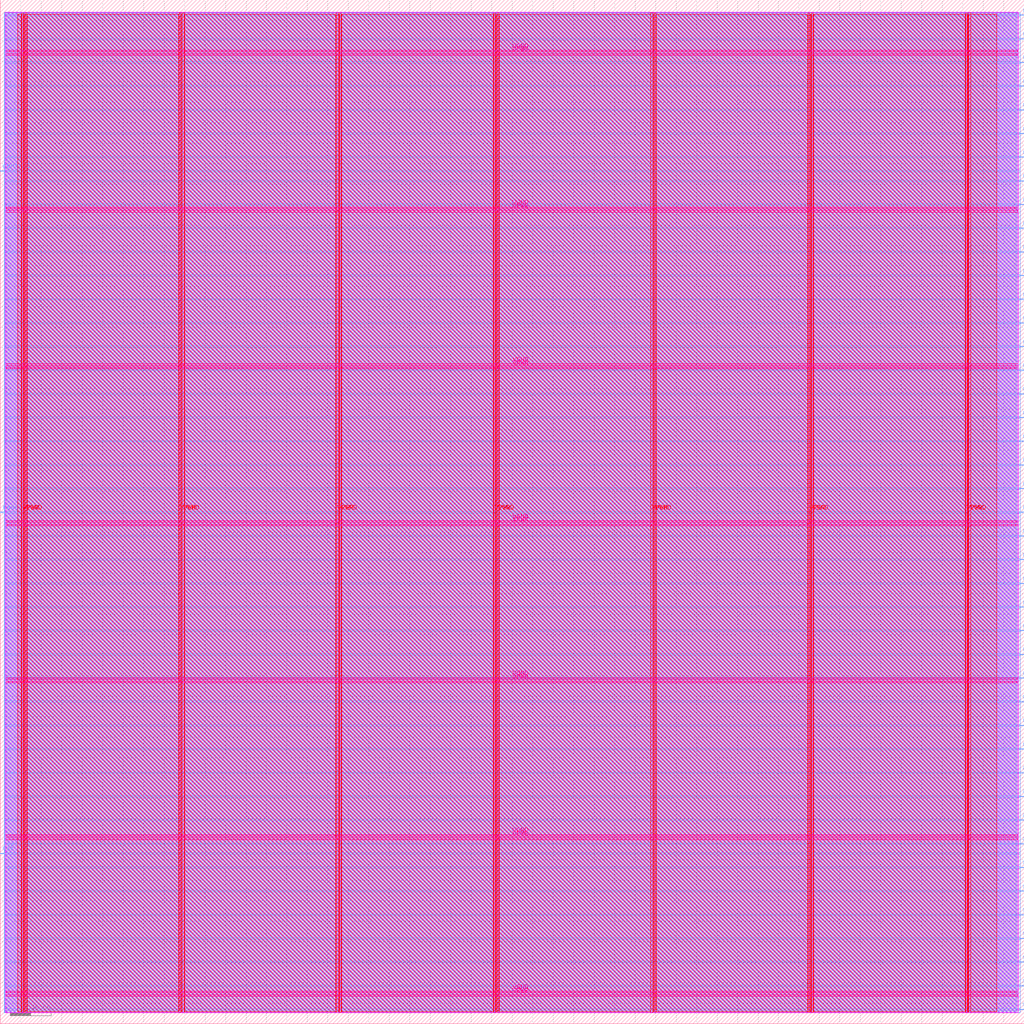
<source format=lef>
VERSION 5.7 ;
  NOWIREEXTENSIONATPIN ON ;
  DIVIDERCHAR "/" ;
  BUSBITCHARS "[]" ;
MACRO top_module_project5
  CLASS BLOCK ;
  FOREIGN top_module_project5 ;
  ORIGIN 0.000 0.000 ;
  SIZE 1000.000 BY 1000.000 ;
  PIN VGND
    DIRECTION INOUT ;
    USE GROUND ;
    PORT
      LAYER met4 ;
        RECT 24.340 10.640 25.940 987.600 ;
    END
    PORT
      LAYER met4 ;
        RECT 177.940 10.640 179.540 987.600 ;
    END
    PORT
      LAYER met4 ;
        RECT 331.540 10.640 333.140 987.600 ;
    END
    PORT
      LAYER met4 ;
        RECT 485.140 10.640 486.740 987.600 ;
    END
    PORT
      LAYER met4 ;
        RECT 638.740 10.640 640.340 987.600 ;
    END
    PORT
      LAYER met4 ;
        RECT 792.340 10.640 793.940 987.600 ;
    END
    PORT
      LAYER met4 ;
        RECT 945.940 10.640 947.540 987.600 ;
    END
    PORT
      LAYER met5 ;
        RECT 5.280 30.030 994.300 31.630 ;
    END
    PORT
      LAYER met5 ;
        RECT 5.280 183.210 994.300 184.810 ;
    END
    PORT
      LAYER met5 ;
        RECT 5.280 336.390 994.300 337.990 ;
    END
    PORT
      LAYER met5 ;
        RECT 5.280 489.570 994.300 491.170 ;
    END
    PORT
      LAYER met5 ;
        RECT 5.280 642.750 994.300 644.350 ;
    END
    PORT
      LAYER met5 ;
        RECT 5.280 795.930 994.300 797.530 ;
    END
    PORT
      LAYER met5 ;
        RECT 5.280 949.110 994.300 950.710 ;
    END
  END VGND
  PIN VPWR
    DIRECTION INOUT ;
    USE POWER ;
    PORT
      LAYER met4 ;
        RECT 21.040 10.640 22.640 987.600 ;
    END
    PORT
      LAYER met4 ;
        RECT 174.640 10.640 176.240 987.600 ;
    END
    PORT
      LAYER met4 ;
        RECT 328.240 10.640 329.840 987.600 ;
    END
    PORT
      LAYER met4 ;
        RECT 481.840 10.640 483.440 987.600 ;
    END
    PORT
      LAYER met4 ;
        RECT 635.440 10.640 637.040 987.600 ;
    END
    PORT
      LAYER met4 ;
        RECT 789.040 10.640 790.640 987.600 ;
    END
    PORT
      LAYER met4 ;
        RECT 942.640 10.640 944.240 987.600 ;
    END
    PORT
      LAYER met5 ;
        RECT 5.280 26.730 994.300 28.330 ;
    END
    PORT
      LAYER met5 ;
        RECT 5.280 179.910 994.300 181.510 ;
    END
    PORT
      LAYER met5 ;
        RECT 5.280 333.090 994.300 334.690 ;
    END
    PORT
      LAYER met5 ;
        RECT 5.280 486.270 994.300 487.870 ;
    END
    PORT
      LAYER met5 ;
        RECT 5.280 639.450 994.300 641.050 ;
    END
    PORT
      LAYER met5 ;
        RECT 5.280 792.630 994.300 794.230 ;
    END
    PORT
      LAYER met5 ;
        RECT 5.280 945.810 994.300 947.410 ;
    END
  END VPWR
  PIN an[0]
    DIRECTION OUTPUT ;
    USE SIGNAL ;
    ANTENNADIFFAREA 0.445500 ;
    PORT
      LAYER met3 ;
        RECT 996.000 244.840 1000.000 245.440 ;
    END
  END an[0]
  PIN an[1]
    DIRECTION OUTPUT ;
    USE SIGNAL ;
    ANTENNADIFFAREA 0.445500 ;
    PORT
      LAYER met3 ;
        RECT 996.000 221.720 1000.000 222.320 ;
    END
  END an[1]
  PIN an[2]
    DIRECTION OUTPUT ;
    USE SIGNAL ;
    ANTENNADIFFAREA 0.445500 ;
    PORT
      LAYER met3 ;
        RECT 996.000 198.600 1000.000 199.200 ;
    END
  END an[2]
  PIN an[3]
    DIRECTION OUTPUT ;
    USE SIGNAL ;
    ANTENNADIFFAREA 0.445500 ;
    PORT
      LAYER met3 ;
        RECT 996.000 175.480 1000.000 176.080 ;
    END
  END an[3]
  PIN clk
    DIRECTION INPUT ;
    USE SIGNAL ;
    ANTENNAGATEAREA 0.852000 ;
    PORT
      LAYER met3 ;
        RECT 0.000 165.960 4.000 166.560 ;
    END
  END clk
  PIN control
    DIRECTION INPUT ;
    USE SIGNAL ;
    ANTENNAGATEAREA 0.990000 ;
    PORT
      LAYER met3 ;
        RECT 0.000 832.360 4.000 832.960 ;
    END
  END control
  PIN reset
    DIRECTION INPUT ;
    USE SIGNAL ;
    ANTENNAGATEAREA 0.742500 ;
    PORT
      LAYER met3 ;
        RECT 0.000 499.160 4.000 499.760 ;
    END
  END reset
  PIN result[0]
    DIRECTION OUTPUT ;
    USE SIGNAL ;
    ANTENNADIFFAREA 0.445500 ;
    PORT
      LAYER met3 ;
        RECT 996.000 984.680 1000.000 985.280 ;
    END
  END result[0]
  PIN result[10]
    DIRECTION OUTPUT ;
    USE SIGNAL ;
    ANTENNADIFFAREA 0.445500 ;
    PORT
      LAYER met3 ;
        RECT 996.000 753.480 1000.000 754.080 ;
    END
  END result[10]
  PIN result[11]
    DIRECTION OUTPUT ;
    USE SIGNAL ;
    ANTENNADIFFAREA 0.445500 ;
    PORT
      LAYER met3 ;
        RECT 996.000 730.360 1000.000 730.960 ;
    END
  END result[11]
  PIN result[12]
    DIRECTION OUTPUT ;
    USE SIGNAL ;
    ANTENNADIFFAREA 0.445500 ;
    PORT
      LAYER met3 ;
        RECT 996.000 707.240 1000.000 707.840 ;
    END
  END result[12]
  PIN result[13]
    DIRECTION OUTPUT ;
    USE SIGNAL ;
    ANTENNADIFFAREA 0.445500 ;
    PORT
      LAYER met3 ;
        RECT 996.000 684.120 1000.000 684.720 ;
    END
  END result[13]
  PIN result[14]
    DIRECTION OUTPUT ;
    USE SIGNAL ;
    ANTENNADIFFAREA 0.445500 ;
    PORT
      LAYER met3 ;
        RECT 996.000 661.000 1000.000 661.600 ;
    END
  END result[14]
  PIN result[15]
    DIRECTION OUTPUT ;
    USE SIGNAL ;
    ANTENNADIFFAREA 0.445500 ;
    PORT
      LAYER met3 ;
        RECT 996.000 637.880 1000.000 638.480 ;
    END
  END result[15]
  PIN result[16]
    DIRECTION OUTPUT ;
    USE SIGNAL ;
    ANTENNADIFFAREA 0.445500 ;
    PORT
      LAYER met3 ;
        RECT 996.000 614.760 1000.000 615.360 ;
    END
  END result[16]
  PIN result[17]
    DIRECTION OUTPUT ;
    USE SIGNAL ;
    ANTENNADIFFAREA 0.445500 ;
    PORT
      LAYER met3 ;
        RECT 996.000 591.640 1000.000 592.240 ;
    END
  END result[17]
  PIN result[18]
    DIRECTION OUTPUT ;
    USE SIGNAL ;
    ANTENNADIFFAREA 0.445500 ;
    PORT
      LAYER met3 ;
        RECT 996.000 568.520 1000.000 569.120 ;
    END
  END result[18]
  PIN result[19]
    DIRECTION OUTPUT ;
    USE SIGNAL ;
    ANTENNADIFFAREA 0.445500 ;
    PORT
      LAYER met3 ;
        RECT 996.000 545.400 1000.000 546.000 ;
    END
  END result[19]
  PIN result[1]
    DIRECTION OUTPUT ;
    USE SIGNAL ;
    ANTENNADIFFAREA 0.445500 ;
    PORT
      LAYER met3 ;
        RECT 996.000 961.560 1000.000 962.160 ;
    END
  END result[1]
  PIN result[20]
    DIRECTION OUTPUT ;
    USE SIGNAL ;
    ANTENNADIFFAREA 0.445500 ;
    PORT
      LAYER met3 ;
        RECT 996.000 522.280 1000.000 522.880 ;
    END
  END result[20]
  PIN result[21]
    DIRECTION OUTPUT ;
    USE SIGNAL ;
    ANTENNADIFFAREA 0.445500 ;
    PORT
      LAYER met3 ;
        RECT 996.000 499.160 1000.000 499.760 ;
    END
  END result[21]
  PIN result[22]
    DIRECTION OUTPUT ;
    USE SIGNAL ;
    ANTENNADIFFAREA 0.445500 ;
    PORT
      LAYER met3 ;
        RECT 996.000 476.040 1000.000 476.640 ;
    END
  END result[22]
  PIN result[23]
    DIRECTION OUTPUT ;
    USE SIGNAL ;
    ANTENNADIFFAREA 0.445500 ;
    PORT
      LAYER met3 ;
        RECT 996.000 452.920 1000.000 453.520 ;
    END
  END result[23]
  PIN result[24]
    DIRECTION OUTPUT ;
    USE SIGNAL ;
    ANTENNADIFFAREA 0.445500 ;
    PORT
      LAYER met3 ;
        RECT 996.000 429.800 1000.000 430.400 ;
    END
  END result[24]
  PIN result[25]
    DIRECTION OUTPUT ;
    USE SIGNAL ;
    ANTENNADIFFAREA 0.445500 ;
    PORT
      LAYER met3 ;
        RECT 996.000 406.680 1000.000 407.280 ;
    END
  END result[25]
  PIN result[26]
    DIRECTION OUTPUT ;
    USE SIGNAL ;
    ANTENNADIFFAREA 0.445500 ;
    PORT
      LAYER met3 ;
        RECT 996.000 383.560 1000.000 384.160 ;
    END
  END result[26]
  PIN result[27]
    DIRECTION OUTPUT ;
    USE SIGNAL ;
    ANTENNADIFFAREA 0.445500 ;
    PORT
      LAYER met3 ;
        RECT 996.000 360.440 1000.000 361.040 ;
    END
  END result[27]
  PIN result[28]
    DIRECTION OUTPUT ;
    USE SIGNAL ;
    ANTENNADIFFAREA 0.445500 ;
    PORT
      LAYER met3 ;
        RECT 996.000 337.320 1000.000 337.920 ;
    END
  END result[28]
  PIN result[29]
    DIRECTION OUTPUT ;
    USE SIGNAL ;
    ANTENNADIFFAREA 0.445500 ;
    PORT
      LAYER met3 ;
        RECT 996.000 314.200 1000.000 314.800 ;
    END
  END result[29]
  PIN result[2]
    DIRECTION OUTPUT ;
    USE SIGNAL ;
    ANTENNADIFFAREA 0.445500 ;
    PORT
      LAYER met3 ;
        RECT 996.000 938.440 1000.000 939.040 ;
    END
  END result[2]
  PIN result[30]
    DIRECTION OUTPUT ;
    USE SIGNAL ;
    ANTENNADIFFAREA 0.445500 ;
    PORT
      LAYER met3 ;
        RECT 996.000 291.080 1000.000 291.680 ;
    END
  END result[30]
  PIN result[31]
    DIRECTION OUTPUT ;
    USE SIGNAL ;
    ANTENNADIFFAREA 0.445500 ;
    PORT
      LAYER met3 ;
        RECT 996.000 267.960 1000.000 268.560 ;
    END
  END result[31]
  PIN result[3]
    DIRECTION OUTPUT ;
    USE SIGNAL ;
    ANTENNADIFFAREA 0.445500 ;
    PORT
      LAYER met3 ;
        RECT 996.000 915.320 1000.000 915.920 ;
    END
  END result[3]
  PIN result[4]
    DIRECTION OUTPUT ;
    USE SIGNAL ;
    ANTENNADIFFAREA 0.445500 ;
    PORT
      LAYER met3 ;
        RECT 996.000 892.200 1000.000 892.800 ;
    END
  END result[4]
  PIN result[5]
    DIRECTION OUTPUT ;
    USE SIGNAL ;
    ANTENNADIFFAREA 0.445500 ;
    PORT
      LAYER met3 ;
        RECT 996.000 869.080 1000.000 869.680 ;
    END
  END result[5]
  PIN result[6]
    DIRECTION OUTPUT ;
    USE SIGNAL ;
    ANTENNADIFFAREA 0.445500 ;
    PORT
      LAYER met3 ;
        RECT 996.000 845.960 1000.000 846.560 ;
    END
  END result[6]
  PIN result[7]
    DIRECTION OUTPUT ;
    USE SIGNAL ;
    ANTENNADIFFAREA 0.445500 ;
    PORT
      LAYER met3 ;
        RECT 996.000 822.840 1000.000 823.440 ;
    END
  END result[7]
  PIN result[8]
    DIRECTION OUTPUT ;
    USE SIGNAL ;
    ANTENNADIFFAREA 0.445500 ;
    PORT
      LAYER met3 ;
        RECT 996.000 799.720 1000.000 800.320 ;
    END
  END result[8]
  PIN result[9]
    DIRECTION OUTPUT ;
    USE SIGNAL ;
    ANTENNADIFFAREA 0.445500 ;
    PORT
      LAYER met3 ;
        RECT 996.000 776.600 1000.000 777.200 ;
    END
  END result[9]
  PIN seg_out[0]
    DIRECTION OUTPUT ;
    USE SIGNAL ;
    ANTENNADIFFAREA 0.445500 ;
    PORT
      LAYER met3 ;
        RECT 996.000 152.360 1000.000 152.960 ;
    END
  END seg_out[0]
  PIN seg_out[1]
    DIRECTION OUTPUT ;
    USE SIGNAL ;
    ANTENNADIFFAREA 0.445500 ;
    PORT
      LAYER met3 ;
        RECT 996.000 129.240 1000.000 129.840 ;
    END
  END seg_out[1]
  PIN seg_out[2]
    DIRECTION OUTPUT ;
    USE SIGNAL ;
    ANTENNADIFFAREA 0.445500 ;
    PORT
      LAYER met3 ;
        RECT 996.000 106.120 1000.000 106.720 ;
    END
  END seg_out[2]
  PIN seg_out[3]
    DIRECTION OUTPUT ;
    USE SIGNAL ;
    ANTENNADIFFAREA 0.445500 ;
    PORT
      LAYER met3 ;
        RECT 996.000 83.000 1000.000 83.600 ;
    END
  END seg_out[3]
  PIN seg_out[4]
    DIRECTION OUTPUT ;
    USE SIGNAL ;
    ANTENNADIFFAREA 0.445500 ;
    PORT
      LAYER met3 ;
        RECT 996.000 59.880 1000.000 60.480 ;
    END
  END seg_out[4]
  PIN seg_out[5]
    DIRECTION OUTPUT ;
    USE SIGNAL ;
    ANTENNADIFFAREA 0.445500 ;
    PORT
      LAYER met3 ;
        RECT 996.000 36.760 1000.000 37.360 ;
    END
  END seg_out[5]
  PIN seg_out[6]
    DIRECTION OUTPUT ;
    USE SIGNAL ;
    ANTENNADIFFAREA 0.445500 ;
    PORT
      LAYER met3 ;
        RECT 996.000 13.640 1000.000 14.240 ;
    END
  END seg_out[6]
  OBS
      LAYER nwell ;
        RECT 5.330 10.795 994.250 987.550 ;
      LAYER li1 ;
        RECT 5.520 10.795 994.060 987.445 ;
      LAYER met1 ;
        RECT 4.210 10.640 994.060 987.600 ;
      LAYER met2 ;
        RECT 4.230 10.695 992.130 987.545 ;
      LAYER met3 ;
        RECT 3.990 985.680 996.000 987.525 ;
        RECT 3.990 984.280 995.600 985.680 ;
        RECT 3.990 962.560 996.000 984.280 ;
        RECT 3.990 961.160 995.600 962.560 ;
        RECT 3.990 939.440 996.000 961.160 ;
        RECT 3.990 938.040 995.600 939.440 ;
        RECT 3.990 916.320 996.000 938.040 ;
        RECT 3.990 914.920 995.600 916.320 ;
        RECT 3.990 893.200 996.000 914.920 ;
        RECT 3.990 891.800 995.600 893.200 ;
        RECT 3.990 870.080 996.000 891.800 ;
        RECT 3.990 868.680 995.600 870.080 ;
        RECT 3.990 846.960 996.000 868.680 ;
        RECT 3.990 845.560 995.600 846.960 ;
        RECT 3.990 833.360 996.000 845.560 ;
        RECT 4.400 831.960 996.000 833.360 ;
        RECT 3.990 823.840 996.000 831.960 ;
        RECT 3.990 822.440 995.600 823.840 ;
        RECT 3.990 800.720 996.000 822.440 ;
        RECT 3.990 799.320 995.600 800.720 ;
        RECT 3.990 777.600 996.000 799.320 ;
        RECT 3.990 776.200 995.600 777.600 ;
        RECT 3.990 754.480 996.000 776.200 ;
        RECT 3.990 753.080 995.600 754.480 ;
        RECT 3.990 731.360 996.000 753.080 ;
        RECT 3.990 729.960 995.600 731.360 ;
        RECT 3.990 708.240 996.000 729.960 ;
        RECT 3.990 706.840 995.600 708.240 ;
        RECT 3.990 685.120 996.000 706.840 ;
        RECT 3.990 683.720 995.600 685.120 ;
        RECT 3.990 662.000 996.000 683.720 ;
        RECT 3.990 660.600 995.600 662.000 ;
        RECT 3.990 638.880 996.000 660.600 ;
        RECT 3.990 637.480 995.600 638.880 ;
        RECT 3.990 615.760 996.000 637.480 ;
        RECT 3.990 614.360 995.600 615.760 ;
        RECT 3.990 592.640 996.000 614.360 ;
        RECT 3.990 591.240 995.600 592.640 ;
        RECT 3.990 569.520 996.000 591.240 ;
        RECT 3.990 568.120 995.600 569.520 ;
        RECT 3.990 546.400 996.000 568.120 ;
        RECT 3.990 545.000 995.600 546.400 ;
        RECT 3.990 523.280 996.000 545.000 ;
        RECT 3.990 521.880 995.600 523.280 ;
        RECT 3.990 500.160 996.000 521.880 ;
        RECT 4.400 498.760 995.600 500.160 ;
        RECT 3.990 477.040 996.000 498.760 ;
        RECT 3.990 475.640 995.600 477.040 ;
        RECT 3.990 453.920 996.000 475.640 ;
        RECT 3.990 452.520 995.600 453.920 ;
        RECT 3.990 430.800 996.000 452.520 ;
        RECT 3.990 429.400 995.600 430.800 ;
        RECT 3.990 407.680 996.000 429.400 ;
        RECT 3.990 406.280 995.600 407.680 ;
        RECT 3.990 384.560 996.000 406.280 ;
        RECT 3.990 383.160 995.600 384.560 ;
        RECT 3.990 361.440 996.000 383.160 ;
        RECT 3.990 360.040 995.600 361.440 ;
        RECT 3.990 338.320 996.000 360.040 ;
        RECT 3.990 336.920 995.600 338.320 ;
        RECT 3.990 315.200 996.000 336.920 ;
        RECT 3.990 313.800 995.600 315.200 ;
        RECT 3.990 292.080 996.000 313.800 ;
        RECT 3.990 290.680 995.600 292.080 ;
        RECT 3.990 268.960 996.000 290.680 ;
        RECT 3.990 267.560 995.600 268.960 ;
        RECT 3.990 245.840 996.000 267.560 ;
        RECT 3.990 244.440 995.600 245.840 ;
        RECT 3.990 222.720 996.000 244.440 ;
        RECT 3.990 221.320 995.600 222.720 ;
        RECT 3.990 199.600 996.000 221.320 ;
        RECT 3.990 198.200 995.600 199.600 ;
        RECT 3.990 176.480 996.000 198.200 ;
        RECT 3.990 175.080 995.600 176.480 ;
        RECT 3.990 166.960 996.000 175.080 ;
        RECT 4.400 165.560 996.000 166.960 ;
        RECT 3.990 153.360 996.000 165.560 ;
        RECT 3.990 151.960 995.600 153.360 ;
        RECT 3.990 130.240 996.000 151.960 ;
        RECT 3.990 128.840 995.600 130.240 ;
        RECT 3.990 107.120 996.000 128.840 ;
        RECT 3.990 105.720 995.600 107.120 ;
        RECT 3.990 84.000 996.000 105.720 ;
        RECT 3.990 82.600 995.600 84.000 ;
        RECT 3.990 60.880 996.000 82.600 ;
        RECT 3.990 59.480 995.600 60.880 ;
        RECT 3.990 37.760 996.000 59.480 ;
        RECT 3.990 36.360 995.600 37.760 ;
        RECT 3.990 14.640 996.000 36.360 ;
        RECT 3.990 13.240 995.600 14.640 ;
        RECT 3.990 10.715 996.000 13.240 ;
      LAYER met4 ;
        RECT 16.855 11.735 20.640 985.825 ;
        RECT 23.040 11.735 23.940 985.825 ;
        RECT 26.340 11.735 174.240 985.825 ;
        RECT 176.640 11.735 177.540 985.825 ;
        RECT 179.940 11.735 327.840 985.825 ;
        RECT 330.240 11.735 331.140 985.825 ;
        RECT 333.540 11.735 481.440 985.825 ;
        RECT 483.840 11.735 484.740 985.825 ;
        RECT 487.140 11.735 635.040 985.825 ;
        RECT 637.440 11.735 638.340 985.825 ;
        RECT 640.740 11.735 788.640 985.825 ;
        RECT 791.040 11.735 791.940 985.825 ;
        RECT 794.340 11.735 942.240 985.825 ;
        RECT 944.640 11.735 945.540 985.825 ;
        RECT 947.940 11.735 973.065 985.825 ;
  END
END top_module_project5
END LIBRARY


</source>
